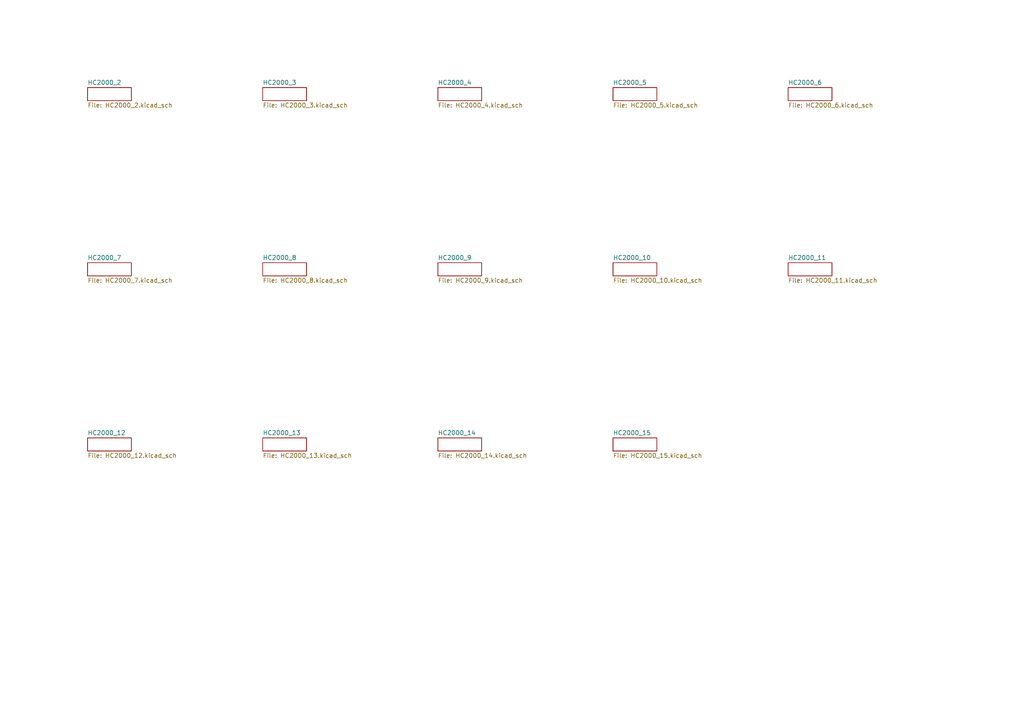
<source format=kicad_sch>
(kicad_sch (version 20230121) (generator eeschema)
  (paper "A4")
  (lib_symbols)
  (sheet (at 25.4 76.2) (size 12.7 3.81)
    (property "Sheetname" "HC2000_7" (at 25.4 75.4884 0) (effects (justify left bottom)))
    (property "Sheetfile" "HC2000_7.kicad_sch" (at 25.4 80.5946 0) (effects (justify left top)))
  )
  (sheet (at 25.4 127) (size 12.7 3.81)
    (property "Sheetname" "HC2000_12" (at 25.4 126.2884 0) (effects (justify left bottom)))
    (property "Sheetfile" "HC2000_12.kicad_sch" (at 25.4 131.3946 0) (effects (justify left top)))
  )
  (sheet (at 177.8 76.2) (size 12.7 3.81)
    (property "Sheetname" "HC2000_10" (at 177.8 75.4884 0) (effects (justify left bottom)))
    (property "Sheetfile" "HC2000_10.kicad_sch" (at 177.8 80.5946 0) (effects (justify left top)))
  )
  (sheet (at 177.8 127) (size 12.7 3.81)
    (property "Sheetname" "HC2000_15" (at 177.8 126.2884 0) (effects (justify left bottom)))
    (property "Sheetfile" "HC2000_15.kicad_sch" (at 177.8 131.3946 0) (effects (justify left top)))
  )
  (sheet (at 228.6 25.4) (size 12.7 3.81)
    (property "Sheetname" "HC2000_6" (at 228.6 24.6884 0) (effects (justify left bottom)))
    (property "Sheetfile" "HC2000_6.kicad_sch" (at 228.6 29.7946 0) (effects (justify left top)))
  )
  (sheet (at 228.6 76.2) (size 12.7 3.81)
    (property "Sheetname" "HC2000_11" (at 228.6 75.4884 0) (effects (justify left bottom)))
    (property "Sheetfile" "HC2000_11.kicad_sch" (at 228.6 80.5946 0) (effects (justify left top)))
  )
  (sheet (at 25.4 25.4) (size 12.7 3.81)
    (property "Sheetname" "HC2000_2" (at 25.4 24.6884 0) (effects (justify left bottom)))
    (property "Sheetfile" "HC2000_2.kicad_sch" (at 25.4 29.7946 0) (effects (justify left top)))
  )
  (sheet (at 76.2 76.2) (size 12.7 3.81)
    (property "Sheetname" "HC2000_8" (at 76.2 75.4884 0) (effects (justify left bottom)))
    (property "Sheetfile" "HC2000_8.kicad_sch" (at 76.2 80.5946 0) (effects (justify left top)))
  )
  (sheet (at 177.8 25.4) (size 12.7 3.81)
    (property "Sheetname" "HC2000_5" (at 177.8 24.6884 0) (effects (justify left bottom)))
    (property "Sheetfile" "HC2000_5.kicad_sch" (at 177.8 29.7946 0) (effects (justify left top)))
  )
  (sheet (at 127 76.2) (size 12.7 3.81)
    (property "Sheetname" "HC2000_9" (at 127 75.4884 0) (effects (justify left bottom)))
    (property "Sheetfile" "HC2000_9.kicad_sch" (at 127 80.5946 0) (effects (justify left top)))
  )
  (sheet (at 127 25.4) (size 12.7 3.81)
    (property "Sheetname" "HC2000_4" (at 127 24.6884 0) (effects (justify left bottom)))
    (property "Sheetfile" "HC2000_4.kicad_sch" (at 127 29.7946 0) (effects (justify left top)))
  )
  (sheet (at 76.2 127) (size 12.7 3.81)
    (property "Sheetname" "HC2000_13" (at 76.2 126.2884 0) (effects (justify left bottom)))
    (property "Sheetfile" "HC2000_13.kicad_sch" (at 76.2 131.3946 0) (effects (justify left top)))
  )
  (sheet (at 76.2 25.4) (size 12.7 3.81)
    (property "Sheetname" "HC2000_3" (at 76.2 24.6884 0) (effects (justify left bottom)))
    (property "Sheetfile" "HC2000_3.kicad_sch" (at 76.2 29.7946 0) (effects (justify left top)))
  )
  (sheet (at 127 127) (size 12.7 3.81)
    (property "Sheetname" "HC2000_14" (at 127 126.2884 0) (effects (justify left bottom)))
    (property "Sheetfile" "HC2000_14.kicad_sch" (at 127 131.3946 0) (effects (justify left top)))
  )
)
</source>
